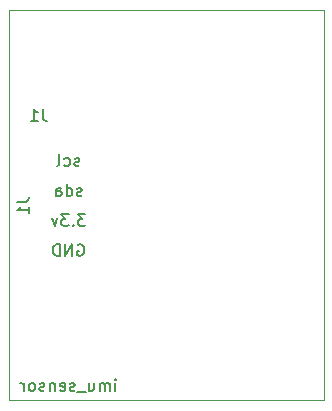
<source format=gbo>
%TF.GenerationSoftware,KiCad,Pcbnew,5.1.10-88a1d61d58~88~ubuntu18.04.1*%
%TF.CreationDate,2022-01-24T00:07:05+01:00*%
%TF.ProjectId,catbot_electronics_board,7061766c-6f76-45f6-9d69-6e695f656c65,rev?*%
%TF.SameCoordinates,Original*%
%TF.FileFunction,Legend,Bot*%
%TF.FilePolarity,Positive*%
%FSLAX46Y46*%
G04 Gerber Fmt 4.6, Leading zero omitted, Abs format (unit mm)*
G04 Created by KiCad (PCBNEW 5.1.10-88a1d61d58~88~ubuntu18.04.1) date 2022-01-24 00:07:05*
%MOMM*%
%LPD*%
G01*
G04 APERTURE LIST*
%ADD10C,0.120000*%
%ADD11C,0.150000*%
G04 APERTURE END LIST*
D10*
%TO.C,J1*%
X124460000Y-108204000D02*
X97790000Y-108204000D01*
X124460000Y-141224000D02*
X124460000Y-108204000D01*
X97790000Y-141224000D02*
X124460000Y-141224000D01*
X97790000Y-108204000D02*
X97790000Y-141224000D01*
D11*
X100663333Y-116546380D02*
X100663333Y-117260666D01*
X100710952Y-117403523D01*
X100806190Y-117498761D01*
X100949047Y-117546380D01*
X101044285Y-117546380D01*
X99663333Y-117546380D02*
X100234761Y-117546380D01*
X99949047Y-117546380D02*
X99949047Y-116546380D01*
X100044285Y-116689238D01*
X100139523Y-116784476D01*
X100234761Y-116832095D01*
X106822380Y-140406380D02*
X106822380Y-139739714D01*
X106822380Y-139406380D02*
X106870000Y-139454000D01*
X106822380Y-139501619D01*
X106774761Y-139454000D01*
X106822380Y-139406380D01*
X106822380Y-139501619D01*
X106346190Y-140406380D02*
X106346190Y-139739714D01*
X106346190Y-139834952D02*
X106298571Y-139787333D01*
X106203333Y-139739714D01*
X106060476Y-139739714D01*
X105965238Y-139787333D01*
X105917619Y-139882571D01*
X105917619Y-140406380D01*
X105917619Y-139882571D02*
X105870000Y-139787333D01*
X105774761Y-139739714D01*
X105631904Y-139739714D01*
X105536666Y-139787333D01*
X105489047Y-139882571D01*
X105489047Y-140406380D01*
X104584285Y-139739714D02*
X104584285Y-140406380D01*
X105012857Y-139739714D02*
X105012857Y-140263523D01*
X104965238Y-140358761D01*
X104870000Y-140406380D01*
X104727142Y-140406380D01*
X104631904Y-140358761D01*
X104584285Y-140311142D01*
X104346190Y-140501619D02*
X103584285Y-140501619D01*
X103393809Y-140358761D02*
X103298571Y-140406380D01*
X103108095Y-140406380D01*
X103012857Y-140358761D01*
X102965238Y-140263523D01*
X102965238Y-140215904D01*
X103012857Y-140120666D01*
X103108095Y-140073047D01*
X103250952Y-140073047D01*
X103346190Y-140025428D01*
X103393809Y-139930190D01*
X103393809Y-139882571D01*
X103346190Y-139787333D01*
X103250952Y-139739714D01*
X103108095Y-139739714D01*
X103012857Y-139787333D01*
X102155714Y-140358761D02*
X102250952Y-140406380D01*
X102441428Y-140406380D01*
X102536666Y-140358761D01*
X102584285Y-140263523D01*
X102584285Y-139882571D01*
X102536666Y-139787333D01*
X102441428Y-139739714D01*
X102250952Y-139739714D01*
X102155714Y-139787333D01*
X102108095Y-139882571D01*
X102108095Y-139977809D01*
X102584285Y-140073047D01*
X101679523Y-139739714D02*
X101679523Y-140406380D01*
X101679523Y-139834952D02*
X101631904Y-139787333D01*
X101536666Y-139739714D01*
X101393809Y-139739714D01*
X101298571Y-139787333D01*
X101250952Y-139882571D01*
X101250952Y-140406380D01*
X100822380Y-140358761D02*
X100727142Y-140406380D01*
X100536666Y-140406380D01*
X100441428Y-140358761D01*
X100393809Y-140263523D01*
X100393809Y-140215904D01*
X100441428Y-140120666D01*
X100536666Y-140073047D01*
X100679523Y-140073047D01*
X100774761Y-140025428D01*
X100822380Y-139930190D01*
X100822380Y-139882571D01*
X100774761Y-139787333D01*
X100679523Y-139739714D01*
X100536666Y-139739714D01*
X100441428Y-139787333D01*
X99822380Y-140406380D02*
X99917619Y-140358761D01*
X99965238Y-140311142D01*
X100012857Y-140215904D01*
X100012857Y-139930190D01*
X99965238Y-139834952D01*
X99917619Y-139787333D01*
X99822380Y-139739714D01*
X99679523Y-139739714D01*
X99584285Y-139787333D01*
X99536666Y-139834952D01*
X99489047Y-139930190D01*
X99489047Y-140215904D01*
X99536666Y-140311142D01*
X99584285Y-140358761D01*
X99679523Y-140406380D01*
X99822380Y-140406380D01*
X99060476Y-140406380D02*
X99060476Y-139739714D01*
X99060476Y-139930190D02*
X99012857Y-139834952D01*
X98965238Y-139787333D01*
X98870000Y-139739714D01*
X98774761Y-139739714D01*
X98512380Y-124380666D02*
X99226666Y-124380666D01*
X99369523Y-124333047D01*
X99464761Y-124237809D01*
X99512380Y-124094952D01*
X99512380Y-123999714D01*
X99512380Y-125380666D02*
X99512380Y-124809238D01*
X99512380Y-125094952D02*
X98512380Y-125094952D01*
X98655238Y-124999714D01*
X98750476Y-124904476D01*
X98798095Y-124809238D01*
X103989047Y-123848761D02*
X103893809Y-123896380D01*
X103703333Y-123896380D01*
X103608095Y-123848761D01*
X103560476Y-123753523D01*
X103560476Y-123705904D01*
X103608095Y-123610666D01*
X103703333Y-123563047D01*
X103846190Y-123563047D01*
X103941428Y-123515428D01*
X103989047Y-123420190D01*
X103989047Y-123372571D01*
X103941428Y-123277333D01*
X103846190Y-123229714D01*
X103703333Y-123229714D01*
X103608095Y-123277333D01*
X102703333Y-123896380D02*
X102703333Y-122896380D01*
X102703333Y-123848761D02*
X102798571Y-123896380D01*
X102989047Y-123896380D01*
X103084285Y-123848761D01*
X103131904Y-123801142D01*
X103179523Y-123705904D01*
X103179523Y-123420190D01*
X103131904Y-123324952D01*
X103084285Y-123277333D01*
X102989047Y-123229714D01*
X102798571Y-123229714D01*
X102703333Y-123277333D01*
X101798571Y-123896380D02*
X101798571Y-123372571D01*
X101846190Y-123277333D01*
X101941428Y-123229714D01*
X102131904Y-123229714D01*
X102227142Y-123277333D01*
X101798571Y-123848761D02*
X101893809Y-123896380D01*
X102131904Y-123896380D01*
X102227142Y-123848761D01*
X102274761Y-123753523D01*
X102274761Y-123658285D01*
X102227142Y-123563047D01*
X102131904Y-123515428D01*
X101893809Y-123515428D01*
X101798571Y-123467809D01*
X103774761Y-121308761D02*
X103679523Y-121356380D01*
X103489047Y-121356380D01*
X103393809Y-121308761D01*
X103346190Y-121213523D01*
X103346190Y-121165904D01*
X103393809Y-121070666D01*
X103489047Y-121023047D01*
X103631904Y-121023047D01*
X103727142Y-120975428D01*
X103774761Y-120880190D01*
X103774761Y-120832571D01*
X103727142Y-120737333D01*
X103631904Y-120689714D01*
X103489047Y-120689714D01*
X103393809Y-120737333D01*
X102489047Y-121308761D02*
X102584285Y-121356380D01*
X102774761Y-121356380D01*
X102870000Y-121308761D01*
X102917619Y-121261142D01*
X102965238Y-121165904D01*
X102965238Y-120880190D01*
X102917619Y-120784952D01*
X102870000Y-120737333D01*
X102774761Y-120689714D01*
X102584285Y-120689714D01*
X102489047Y-120737333D01*
X101917619Y-121356380D02*
X102012857Y-121308761D01*
X102060476Y-121213523D01*
X102060476Y-120356380D01*
X104298571Y-125436380D02*
X103679523Y-125436380D01*
X104012857Y-125817333D01*
X103870000Y-125817333D01*
X103774761Y-125864952D01*
X103727142Y-125912571D01*
X103679523Y-126007809D01*
X103679523Y-126245904D01*
X103727142Y-126341142D01*
X103774761Y-126388761D01*
X103870000Y-126436380D01*
X104155714Y-126436380D01*
X104250952Y-126388761D01*
X104298571Y-126341142D01*
X103250952Y-126341142D02*
X103203333Y-126388761D01*
X103250952Y-126436380D01*
X103298571Y-126388761D01*
X103250952Y-126341142D01*
X103250952Y-126436380D01*
X102870000Y-125436380D02*
X102250952Y-125436380D01*
X102584285Y-125817333D01*
X102441428Y-125817333D01*
X102346190Y-125864952D01*
X102298571Y-125912571D01*
X102250952Y-126007809D01*
X102250952Y-126245904D01*
X102298571Y-126341142D01*
X102346190Y-126388761D01*
X102441428Y-126436380D01*
X102727142Y-126436380D01*
X102822380Y-126388761D01*
X102870000Y-126341142D01*
X101917619Y-125769714D02*
X101679523Y-126436380D01*
X101441428Y-125769714D01*
X103631904Y-128024000D02*
X103727142Y-127976380D01*
X103870000Y-127976380D01*
X104012857Y-128024000D01*
X104108095Y-128119238D01*
X104155714Y-128214476D01*
X104203333Y-128404952D01*
X104203333Y-128547809D01*
X104155714Y-128738285D01*
X104108095Y-128833523D01*
X104012857Y-128928761D01*
X103870000Y-128976380D01*
X103774761Y-128976380D01*
X103631904Y-128928761D01*
X103584285Y-128881142D01*
X103584285Y-128547809D01*
X103774761Y-128547809D01*
X103155714Y-128976380D02*
X103155714Y-127976380D01*
X102584285Y-128976380D01*
X102584285Y-127976380D01*
X102108095Y-128976380D02*
X102108095Y-127976380D01*
X101870000Y-127976380D01*
X101727142Y-128024000D01*
X101631904Y-128119238D01*
X101584285Y-128214476D01*
X101536666Y-128404952D01*
X101536666Y-128547809D01*
X101584285Y-128738285D01*
X101631904Y-128833523D01*
X101727142Y-128928761D01*
X101870000Y-128976380D01*
X102108095Y-128976380D01*
%TD*%
M02*

</source>
